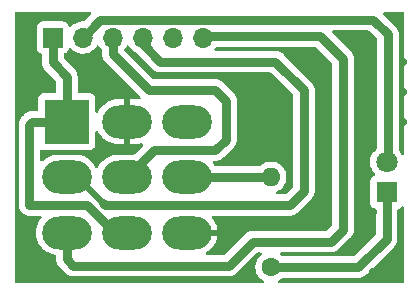
<source format=gbr>
%TF.GenerationSoftware,KiCad,Pcbnew,(6.0.9-0)*%
%TF.CreationDate,2024-03-23T13:24:56+01:00*%
%TF.ProjectId,pt-delay-minima-footswitch,70742d64-656c-4617-992d-6d696e696d61,rev?*%
%TF.SameCoordinates,Original*%
%TF.FileFunction,Copper,L2,Bot*%
%TF.FilePolarity,Positive*%
%FSLAX46Y46*%
G04 Gerber Fmt 4.6, Leading zero omitted, Abs format (unit mm)*
G04 Created by KiCad (PCBNEW (6.0.9-0)) date 2024-03-23 13:24:56*
%MOMM*%
%LPD*%
G01*
G04 APERTURE LIST*
%TA.AperFunction,ComponentPad*%
%ADD10R,3.816000X3.816000*%
%TD*%
%TA.AperFunction,ComponentPad*%
%ADD11O,4.200000X2.800000*%
%TD*%
%TA.AperFunction,ComponentPad*%
%ADD12R,1.700000X1.700000*%
%TD*%
%TA.AperFunction,ComponentPad*%
%ADD13O,1.700000X1.700000*%
%TD*%
%TA.AperFunction,ComponentPad*%
%ADD14R,1.800000X1.800000*%
%TD*%
%TA.AperFunction,ComponentPad*%
%ADD15C,1.800000*%
%TD*%
%TA.AperFunction,ComponentPad*%
%ADD16C,1.600000*%
%TD*%
%TA.AperFunction,ComponentPad*%
%ADD17O,1.600000X1.600000*%
%TD*%
%TA.AperFunction,ViaPad*%
%ADD18C,0.700000*%
%TD*%
%TA.AperFunction,Conductor*%
%ADD19C,0.800000*%
%TD*%
%TA.AperFunction,Conductor*%
%ADD20C,0.500000*%
%TD*%
G04 APERTURE END LIST*
D10*
%TO.P,SW1,1,A*%
%TO.N,/PedalIn*%
X45200000Y-50800000D03*
D11*
%TO.P,SW1,2,B*%
%TO.N,/PedalOut*%
X45200000Y-55500000D03*
%TO.P,SW1,3,C*%
%TO.N,/Return*%
X45200000Y-60200000D03*
%TO.P,SW1,4,A*%
%TO.N,GND*%
X50280000Y-50800000D03*
%TO.P,SW1,5,B*%
%TO.N,/Send*%
X50280000Y-55500000D03*
%TO.P,SW1,6,C*%
%TO.N,/PedalIn*%
X50280000Y-60200000D03*
%TO.P,SW1,7,A*%
%TO.N,unconnected-(SW1-Pad7)*%
X55360000Y-50800000D03*
%TO.P,SW1,8,B*%
%TO.N,/LED_GND*%
X55360000Y-55500000D03*
%TO.P,SW1,9,C*%
%TO.N,GND*%
X55360000Y-60200000D03*
%TD*%
D12*
%TO.P,J1,1,Pin_1*%
%TO.N,/PedalIn*%
X44018000Y-43688000D03*
D13*
%TO.P,J1,2,Pin_2*%
%TO.N,+9V*%
X46558000Y-43688000D03*
%TO.P,J1,3,Pin_3*%
%TO.N,/Send*%
X49098000Y-43688000D03*
%TO.P,J1,4,Pin_4*%
%TO.N,/PedalOut*%
X51638000Y-43688000D03*
%TO.P,J1,5,Pin_5*%
%TO.N,GND*%
X54178000Y-43688000D03*
%TO.P,J1,6,Pin_6*%
%TO.N,/Return*%
X56718000Y-43688000D03*
%TD*%
D14*
%TO.P,D1,1,K*%
%TO.N,Net-(D1-Pad1)*%
X72280000Y-56770000D03*
D15*
%TO.P,D1,2,A*%
%TO.N,+9V*%
X72280000Y-54230000D03*
%TD*%
D16*
%TO.P,R1,1*%
%TO.N,Net-(D1-Pad1)*%
X62484000Y-63119000D03*
D17*
%TO.P,R1,2*%
%TO.N,/LED_GND*%
X62484000Y-55499000D03*
%TD*%
D18*
%TO.N,GND*%
X60960000Y-48260000D03*
X71120000Y-48260000D03*
X71120000Y-50800000D03*
X66802000Y-53340000D03*
X48260000Y-48260000D03*
X41910000Y-43942000D03*
X63500000Y-53340000D03*
X60960000Y-50800000D03*
X41910000Y-63500000D03*
X73660000Y-50800000D03*
X71120000Y-45720000D03*
X71120000Y-63500000D03*
X63500000Y-48260000D03*
X66802000Y-48260000D03*
X66802000Y-55880000D03*
X73152000Y-63500000D03*
X41910000Y-48260000D03*
X60960000Y-53340000D03*
X71120000Y-58420000D03*
X63500000Y-50800000D03*
X66802000Y-58420000D03*
X66802000Y-50800000D03*
X73660000Y-45720000D03*
X73660000Y-48260000D03*
X66802000Y-45720000D03*
%TD*%
D19*
%TO.N,Net-(D1-Pad1)*%
X69881000Y-63119000D02*
X72280000Y-60720000D01*
X72280000Y-60720000D02*
X72280000Y-56770000D01*
X62484000Y-63119000D02*
X69881000Y-63119000D01*
%TO.N,+9V*%
X72390000Y-54120000D02*
X72280000Y-54230000D01*
X48036000Y-42164000D02*
X71164000Y-42164000D01*
X72390000Y-43390000D02*
X72390000Y-54120000D01*
X48036000Y-42164000D02*
X48036000Y-42210000D01*
X71164000Y-42164000D02*
X72390000Y-43390000D01*
X48036000Y-42210000D02*
X46558000Y-43688000D01*
%TO.N,/PedalIn*%
X42291000Y-50800000D02*
X42037000Y-51054000D01*
X44018000Y-45782000D02*
X44018000Y-43688000D01*
X45200000Y-47000000D02*
X44000000Y-45800000D01*
X44000000Y-45800000D02*
X44018000Y-45782000D01*
X49278000Y-60200000D02*
X50280000Y-60200000D01*
X42037000Y-51054000D02*
X42037000Y-57861200D01*
X46939200Y-57861200D02*
X49278000Y-60200000D01*
X42037000Y-57861200D02*
X46939200Y-57861200D01*
X45200000Y-50800000D02*
X45200000Y-47000000D01*
X45200000Y-50800000D02*
X42291000Y-50800000D01*
%TO.N,/Send*%
X52567000Y-53213000D02*
X57785000Y-53213000D01*
X57785000Y-53213000D02*
X58674000Y-52324000D01*
X57785000Y-48133000D02*
X52133000Y-48133000D01*
X49098000Y-45098000D02*
X49098000Y-43688000D01*
X58674000Y-49022000D02*
X57785000Y-48133000D01*
X52133000Y-48133000D02*
X49098000Y-45098000D01*
X50280000Y-55500000D02*
X52567000Y-53213000D01*
X58674000Y-52324000D02*
X58674000Y-49022000D01*
%TO.N,/PedalOut*%
X64058800Y-57861200D02*
X65278000Y-56642000D01*
D20*
X46102000Y-55500000D02*
X45200000Y-55500000D01*
D19*
X53120000Y-45720000D02*
X51638000Y-44238000D01*
X48260000Y-57658000D02*
X48463200Y-57861200D01*
X65278000Y-48133000D02*
X62865000Y-45720000D01*
X51638000Y-44238000D02*
X51638000Y-43688000D01*
X48463200Y-57861200D02*
X64058800Y-57861200D01*
D20*
X48260000Y-57658000D02*
X46102000Y-55500000D01*
D19*
X62865000Y-45720000D02*
X53120000Y-45720000D01*
X65278000Y-56642000D02*
X65278000Y-48133000D01*
%TO.N,/Return*%
X45720000Y-62992000D02*
X58928000Y-62992000D01*
X45200000Y-62472000D02*
X45720000Y-62992000D01*
X67564000Y-60960000D02*
X68580000Y-59944000D01*
X58928000Y-62992000D02*
X60960000Y-60960000D01*
X45200000Y-60200000D02*
X45200000Y-62472000D01*
X68580000Y-59944000D02*
X68580000Y-45466000D01*
X68580000Y-45466000D02*
X66675000Y-43561000D01*
X56845000Y-43561000D02*
X56718000Y-43688000D01*
X66675000Y-43561000D02*
X56845000Y-43561000D01*
X60960000Y-60960000D02*
X67564000Y-60960000D01*
%TO.N,/LED_GND*%
X62483000Y-55500000D02*
X62484000Y-55499000D01*
X55360000Y-55500000D02*
X62483000Y-55500000D01*
%TD*%
%TA.AperFunction,Conductor*%
%TO.N,GND*%
G36*
X47210308Y-41528502D02*
G01*
X47256801Y-41582158D01*
X47266905Y-41652432D01*
X47251308Y-41697496D01*
X47248758Y-41701914D01*
X47244882Y-41707248D01*
X47242422Y-41712774D01*
X47222664Y-41738523D01*
X46668514Y-42292673D01*
X46606202Y-42326699D01*
X46577880Y-42329569D01*
X46468081Y-42328228D01*
X46468079Y-42328228D01*
X46462911Y-42328165D01*
X46242091Y-42361955D01*
X46029756Y-42431357D01*
X45831607Y-42534507D01*
X45827474Y-42537610D01*
X45827471Y-42537612D01*
X45657100Y-42665530D01*
X45652965Y-42668635D01*
X45596537Y-42727684D01*
X45572283Y-42753064D01*
X45510759Y-42788494D01*
X45439846Y-42785037D01*
X45382060Y-42743791D01*
X45363207Y-42710243D01*
X45321767Y-42599703D01*
X45318615Y-42591295D01*
X45231261Y-42474739D01*
X45114705Y-42387385D01*
X44978316Y-42336255D01*
X44916134Y-42329500D01*
X43119866Y-42329500D01*
X43057684Y-42336255D01*
X42921295Y-42387385D01*
X42804739Y-42474739D01*
X42717385Y-42591295D01*
X42666255Y-42727684D01*
X42659500Y-42789866D01*
X42659500Y-44586134D01*
X42666255Y-44648316D01*
X42717385Y-44784705D01*
X42804739Y-44901261D01*
X42921295Y-44988615D01*
X42929703Y-44991767D01*
X43027730Y-45028516D01*
X43084494Y-45071158D01*
X43109194Y-45137719D01*
X43109500Y-45146498D01*
X43109500Y-45596630D01*
X43105207Y-45629241D01*
X43097743Y-45657097D01*
X43097398Y-45663686D01*
X43097397Y-45663691D01*
X43095584Y-45698299D01*
X43094206Y-45711418D01*
X43087748Y-45752190D01*
X43088093Y-45758777D01*
X43088093Y-45758782D01*
X43089908Y-45793406D01*
X43089908Y-45806594D01*
X43088093Y-45841218D01*
X43088093Y-45841223D01*
X43087748Y-45847810D01*
X43088780Y-45854325D01*
X43094206Y-45888582D01*
X43095584Y-45901701D01*
X43097743Y-45942903D01*
X43099451Y-45949277D01*
X43099452Y-45949284D01*
X43108423Y-45982763D01*
X43111166Y-45995665D01*
X43116589Y-46029908D01*
X43116591Y-46029914D01*
X43117623Y-46036432D01*
X43119990Y-46042597D01*
X43132413Y-46074960D01*
X43136488Y-46087502D01*
X43147171Y-46127370D01*
X43165914Y-46164156D01*
X43171264Y-46176172D01*
X43186062Y-46214722D01*
X43208548Y-46249348D01*
X43215130Y-46260748D01*
X43233871Y-46297530D01*
X43259847Y-46329608D01*
X43267591Y-46340267D01*
X43286476Y-46369347D01*
X43290074Y-46374887D01*
X44254595Y-47339408D01*
X44288621Y-47401720D01*
X44291500Y-47428503D01*
X44291500Y-48257500D01*
X44271498Y-48325621D01*
X44217842Y-48372114D01*
X44165500Y-48383500D01*
X43243866Y-48383500D01*
X43181684Y-48390255D01*
X43045295Y-48441385D01*
X42928739Y-48528739D01*
X42841385Y-48645295D01*
X42790255Y-48781684D01*
X42783500Y-48843866D01*
X42783500Y-49765500D01*
X42763498Y-49833621D01*
X42709842Y-49880114D01*
X42657500Y-49891500D01*
X42372416Y-49891500D01*
X42352707Y-49889949D01*
X42338809Y-49887748D01*
X42332222Y-49888093D01*
X42332217Y-49888093D01*
X42270519Y-49891327D01*
X42263925Y-49891500D01*
X42243390Y-49891500D01*
X42237222Y-49892148D01*
X42222960Y-49893647D01*
X42216385Y-49894164D01*
X42154696Y-49897397D01*
X42154695Y-49897397D01*
X42148096Y-49897743D01*
X42134508Y-49901384D01*
X42115061Y-49904988D01*
X42107644Y-49905767D01*
X42107640Y-49905768D01*
X42101072Y-49906458D01*
X42047372Y-49923906D01*
X42036009Y-49927598D01*
X42029685Y-49929471D01*
X41970010Y-49945461D01*
X41970006Y-49945462D01*
X41963630Y-49947171D01*
X41957748Y-49950168D01*
X41951093Y-49953559D01*
X41932826Y-49961125D01*
X41925728Y-49963431D01*
X41925726Y-49963432D01*
X41919444Y-49965473D01*
X41913722Y-49968776D01*
X41913721Y-49968777D01*
X41860218Y-49999667D01*
X41854423Y-50002814D01*
X41793470Y-50033871D01*
X41788342Y-50038024D01*
X41788340Y-50038025D01*
X41782534Y-50042727D01*
X41766237Y-50053927D01*
X41759776Y-50057657D01*
X41759772Y-50057660D01*
X41754056Y-50060960D01*
X41749150Y-50065377D01*
X41749145Y-50065381D01*
X41703231Y-50106722D01*
X41698216Y-50111006D01*
X41689718Y-50117888D01*
X41682259Y-50123928D01*
X41667744Y-50138443D01*
X41662959Y-50142984D01*
X41612134Y-50188747D01*
X41608255Y-50194086D01*
X41608254Y-50194087D01*
X41603860Y-50200135D01*
X41591019Y-50215168D01*
X41452168Y-50354019D01*
X41437135Y-50366860D01*
X41425747Y-50375134D01*
X41421327Y-50380043D01*
X41379984Y-50425959D01*
X41375443Y-50430744D01*
X41360928Y-50445259D01*
X41358852Y-50447823D01*
X41348006Y-50461216D01*
X41343722Y-50466231D01*
X41302381Y-50512145D01*
X41302377Y-50512150D01*
X41297960Y-50517056D01*
X41294660Y-50522772D01*
X41294657Y-50522776D01*
X41290927Y-50529237D01*
X41279727Y-50545533D01*
X41270871Y-50556470D01*
X41265613Y-50566790D01*
X41239815Y-50617421D01*
X41236669Y-50623215D01*
X41202473Y-50682444D01*
X41200432Y-50688726D01*
X41200431Y-50688728D01*
X41198125Y-50695826D01*
X41190560Y-50714092D01*
X41184171Y-50726630D01*
X41182463Y-50733003D01*
X41182463Y-50733004D01*
X41166469Y-50792695D01*
X41164600Y-50799003D01*
X41143458Y-50864072D01*
X41142768Y-50870637D01*
X41142766Y-50870646D01*
X41141985Y-50878075D01*
X41138383Y-50897509D01*
X41136453Y-50904714D01*
X41134743Y-50911097D01*
X41134398Y-50917688D01*
X41134397Y-50917692D01*
X41131164Y-50979384D01*
X41130647Y-50985958D01*
X41128844Y-51003116D01*
X41128500Y-51006390D01*
X41128500Y-51026926D01*
X41128327Y-51033520D01*
X41124748Y-51101810D01*
X41125780Y-51108325D01*
X41126949Y-51115705D01*
X41128500Y-51135417D01*
X41128500Y-57956687D01*
X41137082Y-57997064D01*
X41139143Y-58010072D01*
X41143458Y-58051128D01*
X41145497Y-58057402D01*
X41145498Y-58057409D01*
X41156212Y-58090383D01*
X41159625Y-58103120D01*
X41168206Y-58143488D01*
X41184999Y-58181206D01*
X41189718Y-58193502D01*
X41202473Y-58232756D01*
X41205776Y-58238477D01*
X41223104Y-58268490D01*
X41229091Y-58280239D01*
X41245882Y-58317952D01*
X41249761Y-58323291D01*
X41249764Y-58323296D01*
X41270146Y-58351349D01*
X41277325Y-58362402D01*
X41297960Y-58398144D01*
X41302380Y-58403053D01*
X41302383Y-58403057D01*
X41325575Y-58428814D01*
X41333871Y-58439057D01*
X41358134Y-58472453D01*
X41363036Y-58476867D01*
X41363038Y-58476869D01*
X41388806Y-58500071D01*
X41398129Y-58509394D01*
X41421128Y-58534936D01*
X41425747Y-58540066D01*
X41459143Y-58564329D01*
X41469386Y-58572625D01*
X41495143Y-58595817D01*
X41495146Y-58595819D01*
X41500056Y-58600240D01*
X41535798Y-58620875D01*
X41546851Y-58628054D01*
X41574904Y-58648436D01*
X41574909Y-58648439D01*
X41580248Y-58652318D01*
X41586275Y-58655001D01*
X41586276Y-58655002D01*
X41617959Y-58669108D01*
X41629708Y-58675095D01*
X41665444Y-58695727D01*
X41671727Y-58697768D01*
X41671728Y-58697769D01*
X41704696Y-58708481D01*
X41716994Y-58713201D01*
X41754712Y-58729994D01*
X41761165Y-58731366D01*
X41761169Y-58731367D01*
X41795080Y-58738575D01*
X41807817Y-58741988D01*
X41840791Y-58752702D01*
X41840798Y-58752703D01*
X41847072Y-58754742D01*
X41853633Y-58755432D01*
X41853635Y-58755432D01*
X41867690Y-58756909D01*
X41888128Y-58759057D01*
X41901136Y-58761118D01*
X41941513Y-58769700D01*
X42932884Y-58769700D01*
X43001005Y-58789702D01*
X43047498Y-58843358D01*
X43057602Y-58913632D01*
X43034756Y-58969850D01*
X42875404Y-59188778D01*
X42746444Y-59433890D01*
X42744926Y-59438188D01*
X42744924Y-59438193D01*
X42685042Y-59607765D01*
X42654218Y-59695051D01*
X42653336Y-59699528D01*
X42602513Y-59957386D01*
X42600659Y-59966790D01*
X42600432Y-59971347D01*
X42600432Y-59971348D01*
X42587786Y-60225381D01*
X42586888Y-60243415D01*
X42613193Y-60519130D01*
X42614278Y-60523564D01*
X42614279Y-60523570D01*
X42659684Y-60709124D01*
X42679024Y-60788159D01*
X42680736Y-60792385D01*
X42680737Y-60792389D01*
X42753612Y-60972307D01*
X42783002Y-61044868D01*
X42877879Y-61206906D01*
X42907178Y-61256944D01*
X42922948Y-61283878D01*
X43095931Y-61500182D01*
X43298327Y-61689250D01*
X43525896Y-61847120D01*
X43576492Y-61872291D01*
X43769784Y-61968453D01*
X43769787Y-61968454D01*
X43773871Y-61970486D01*
X44037057Y-62056763D01*
X44187055Y-62082807D01*
X44250749Y-62114167D01*
X44287378Y-62174985D01*
X44291500Y-62206949D01*
X44291500Y-62390583D01*
X44289949Y-62410292D01*
X44287748Y-62424190D01*
X44288093Y-62430777D01*
X44288093Y-62430782D01*
X44291327Y-62492480D01*
X44291500Y-62499074D01*
X44291500Y-62519610D01*
X44291844Y-62522882D01*
X44291844Y-62522884D01*
X44293647Y-62540042D01*
X44294164Y-62546616D01*
X44297743Y-62614903D01*
X44299453Y-62621284D01*
X44299453Y-62621286D01*
X44301383Y-62628491D01*
X44304985Y-62647925D01*
X44305766Y-62655354D01*
X44305768Y-62655363D01*
X44306458Y-62661928D01*
X44327600Y-62726997D01*
X44329467Y-62733299D01*
X44347171Y-62799370D01*
X44353559Y-62811907D01*
X44361125Y-62830173D01*
X44365473Y-62843556D01*
X44368776Y-62849278D01*
X44368777Y-62849279D01*
X44399667Y-62902782D01*
X44402814Y-62908577D01*
X44433871Y-62969530D01*
X44438024Y-62974658D01*
X44438025Y-62974660D01*
X44442727Y-62980466D01*
X44453927Y-62996763D01*
X44457657Y-63003224D01*
X44457660Y-63003228D01*
X44460960Y-63008944D01*
X44465377Y-63013850D01*
X44465381Y-63013855D01*
X44506722Y-63059769D01*
X44511006Y-63064784D01*
X44523928Y-63080741D01*
X44538443Y-63095256D01*
X44542984Y-63100041D01*
X44588747Y-63150866D01*
X44594086Y-63154745D01*
X44594087Y-63154746D01*
X44600135Y-63159140D01*
X44615168Y-63171981D01*
X45020019Y-63576832D01*
X45032860Y-63591865D01*
X45041134Y-63603253D01*
X45046043Y-63607673D01*
X45091959Y-63649016D01*
X45096744Y-63653557D01*
X45111259Y-63668072D01*
X45113823Y-63670148D01*
X45127216Y-63680994D01*
X45132231Y-63685278D01*
X45178145Y-63726619D01*
X45178150Y-63726623D01*
X45183056Y-63731040D01*
X45188772Y-63734340D01*
X45188776Y-63734343D01*
X45195237Y-63738073D01*
X45211533Y-63749273D01*
X45222470Y-63758129D01*
X45283421Y-63789185D01*
X45289215Y-63792331D01*
X45348444Y-63826527D01*
X45354726Y-63828568D01*
X45354728Y-63828569D01*
X45361826Y-63830875D01*
X45380092Y-63838440D01*
X45392630Y-63844829D01*
X45458701Y-63862533D01*
X45465003Y-63864400D01*
X45530072Y-63885542D01*
X45536637Y-63886232D01*
X45536646Y-63886234D01*
X45544075Y-63887015D01*
X45563509Y-63890617D01*
X45570714Y-63892547D01*
X45570716Y-63892547D01*
X45577097Y-63894257D01*
X45583688Y-63894602D01*
X45583692Y-63894603D01*
X45645384Y-63897836D01*
X45651958Y-63898353D01*
X45669116Y-63900156D01*
X45669118Y-63900156D01*
X45672390Y-63900500D01*
X45692926Y-63900500D01*
X45699520Y-63900673D01*
X45761218Y-63903907D01*
X45761223Y-63903907D01*
X45767810Y-63904252D01*
X45781708Y-63902051D01*
X45801417Y-63900500D01*
X58846583Y-63900500D01*
X58866292Y-63902051D01*
X58880190Y-63904252D01*
X58886777Y-63903907D01*
X58886782Y-63903907D01*
X58948480Y-63900673D01*
X58955074Y-63900500D01*
X58975610Y-63900500D01*
X58978882Y-63900156D01*
X58978884Y-63900156D01*
X58996042Y-63898353D01*
X59002616Y-63897836D01*
X59064308Y-63894603D01*
X59064312Y-63894602D01*
X59070903Y-63894257D01*
X59077284Y-63892547D01*
X59077286Y-63892547D01*
X59084491Y-63890617D01*
X59103925Y-63887015D01*
X59111354Y-63886234D01*
X59111363Y-63886232D01*
X59117928Y-63885542D01*
X59182997Y-63864400D01*
X59189299Y-63862533D01*
X59255370Y-63844829D01*
X59267908Y-63838440D01*
X59286174Y-63830875D01*
X59293272Y-63828569D01*
X59293274Y-63828568D01*
X59299556Y-63826527D01*
X59358785Y-63792331D01*
X59364579Y-63789185D01*
X59425530Y-63758129D01*
X59436467Y-63749273D01*
X59452763Y-63738073D01*
X59459224Y-63734343D01*
X59459228Y-63734340D01*
X59464944Y-63731040D01*
X59469850Y-63726623D01*
X59469855Y-63726619D01*
X59515769Y-63685278D01*
X59520784Y-63680994D01*
X59534177Y-63670148D01*
X59536741Y-63668072D01*
X59551256Y-63653557D01*
X59556041Y-63649016D01*
X59601957Y-63607673D01*
X59606866Y-63603253D01*
X59615140Y-63591865D01*
X59627981Y-63576832D01*
X61299408Y-61905405D01*
X61361720Y-61871379D01*
X61388503Y-61868500D01*
X61588978Y-61868500D01*
X61657099Y-61888502D01*
X61703592Y-61942158D01*
X61713696Y-62012432D01*
X61684202Y-62077012D01*
X61661249Y-62097713D01*
X61644211Y-62109643D01*
X61644208Y-62109645D01*
X61639700Y-62112802D01*
X61477802Y-62274700D01*
X61346477Y-62462251D01*
X61344154Y-62467233D01*
X61344151Y-62467238D01*
X61264492Y-62638069D01*
X61249716Y-62669757D01*
X61190457Y-62890913D01*
X61170502Y-63119000D01*
X61190457Y-63347087D01*
X61249716Y-63568243D01*
X61252039Y-63573224D01*
X61252039Y-63573225D01*
X61344151Y-63770762D01*
X61344154Y-63770767D01*
X61346477Y-63775749D01*
X61401002Y-63853619D01*
X61472389Y-63955569D01*
X61477802Y-63963300D01*
X61639700Y-64125198D01*
X61644208Y-64128355D01*
X61644211Y-64128357D01*
X61822742Y-64253366D01*
X61827251Y-64256523D01*
X61828780Y-64257236D01*
X61876958Y-64307766D01*
X61890392Y-64377480D01*
X61864004Y-64443390D01*
X61806171Y-64484571D01*
X61764963Y-64491500D01*
X40914500Y-64491500D01*
X40846379Y-64471498D01*
X40799886Y-64417842D01*
X40788500Y-64365500D01*
X40788500Y-41634500D01*
X40808502Y-41566379D01*
X40862158Y-41519886D01*
X40914500Y-41508500D01*
X47142187Y-41508500D01*
X47210308Y-41528502D01*
G37*
%TD.AperFunction*%
%TA.AperFunction,Conductor*%
G36*
X73734653Y-58017903D02*
G01*
X73768638Y-58080238D01*
X73771500Y-58106941D01*
X73771500Y-64365500D01*
X73751498Y-64433621D01*
X73697842Y-64480114D01*
X73645500Y-64491500D01*
X63203037Y-64491500D01*
X63134916Y-64471498D01*
X63088423Y-64417842D01*
X63078319Y-64347568D01*
X63107813Y-64282988D01*
X63138714Y-64257472D01*
X63140749Y-64256523D01*
X63145258Y-64253366D01*
X63323789Y-64128357D01*
X63323792Y-64128355D01*
X63328300Y-64125198D01*
X63389093Y-64064405D01*
X63451405Y-64030379D01*
X63478188Y-64027500D01*
X69799583Y-64027500D01*
X69819292Y-64029051D01*
X69833190Y-64031252D01*
X69839777Y-64030907D01*
X69839782Y-64030907D01*
X69901480Y-64027673D01*
X69908074Y-64027500D01*
X69928610Y-64027500D01*
X69931882Y-64027156D01*
X69931884Y-64027156D01*
X69949042Y-64025353D01*
X69955616Y-64024836D01*
X70017308Y-64021603D01*
X70017312Y-64021602D01*
X70023903Y-64021257D01*
X70030284Y-64019547D01*
X70030286Y-64019547D01*
X70037491Y-64017617D01*
X70056925Y-64014015D01*
X70064354Y-64013234D01*
X70064363Y-64013232D01*
X70070928Y-64012542D01*
X70135997Y-63991400D01*
X70142299Y-63989533D01*
X70208370Y-63971829D01*
X70220908Y-63965440D01*
X70239174Y-63957875D01*
X70246272Y-63955569D01*
X70246274Y-63955568D01*
X70252556Y-63953527D01*
X70311785Y-63919331D01*
X70317579Y-63916185D01*
X70378530Y-63885129D01*
X70389467Y-63876273D01*
X70405763Y-63865073D01*
X70412224Y-63861343D01*
X70412228Y-63861340D01*
X70417944Y-63858040D01*
X70422850Y-63853623D01*
X70422855Y-63853619D01*
X70468769Y-63812278D01*
X70473784Y-63807994D01*
X70487177Y-63797148D01*
X70489741Y-63795072D01*
X70504256Y-63780557D01*
X70509041Y-63776016D01*
X70554957Y-63734673D01*
X70559866Y-63730253D01*
X70568140Y-63718865D01*
X70580981Y-63703832D01*
X72864832Y-61419981D01*
X72879865Y-61407140D01*
X72885913Y-61402746D01*
X72885914Y-61402745D01*
X72891253Y-61398866D01*
X72937016Y-61348041D01*
X72941557Y-61343256D01*
X72956072Y-61328741D01*
X72968994Y-61312784D01*
X72973278Y-61307769D01*
X73014619Y-61261855D01*
X73014623Y-61261850D01*
X73019040Y-61256944D01*
X73022340Y-61251228D01*
X73022343Y-61251224D01*
X73026073Y-61244763D01*
X73037273Y-61228466D01*
X73041975Y-61222660D01*
X73041976Y-61222658D01*
X73046129Y-61217530D01*
X73077186Y-61156577D01*
X73080333Y-61150782D01*
X73111223Y-61097279D01*
X73111224Y-61097278D01*
X73114527Y-61091556D01*
X73118875Y-61078173D01*
X73126441Y-61059907D01*
X73129832Y-61053252D01*
X73132829Y-61047370D01*
X73138435Y-61026451D01*
X73150529Y-60981315D01*
X73152402Y-60974991D01*
X73171500Y-60916212D01*
X73173542Y-60909928D01*
X73175012Y-60895939D01*
X73178617Y-60876486D01*
X73180547Y-60869285D01*
X73182257Y-60862904D01*
X73185836Y-60794615D01*
X73186353Y-60788040D01*
X73188156Y-60770882D01*
X73188500Y-60767610D01*
X73188500Y-60747075D01*
X73188673Y-60740481D01*
X73191907Y-60678783D01*
X73191907Y-60678778D01*
X73192252Y-60672191D01*
X73190051Y-60658293D01*
X73188500Y-60638584D01*
X73188500Y-58294493D01*
X73208502Y-58226372D01*
X73262158Y-58179879D01*
X73283763Y-58172457D01*
X73290316Y-58171745D01*
X73297711Y-58168973D01*
X73297714Y-58168972D01*
X73418297Y-58123767D01*
X73426705Y-58120615D01*
X73543261Y-58033261D01*
X73548642Y-58026081D01*
X73554992Y-58019731D01*
X73557239Y-58021978D01*
X73601544Y-57988857D01*
X73672363Y-57983838D01*
X73734653Y-58017903D01*
G37*
%TD.AperFunction*%
%TA.AperFunction,Conductor*%
G36*
X70803618Y-43092502D02*
G01*
X70824592Y-43109405D01*
X71444595Y-43729408D01*
X71478621Y-43791720D01*
X71481500Y-43818503D01*
X71481500Y-53005160D01*
X71461498Y-53073281D01*
X71431153Y-53105920D01*
X71356772Y-53161767D01*
X71341655Y-53173117D01*
X71181639Y-53340564D01*
X71178725Y-53344836D01*
X71178724Y-53344837D01*
X71163152Y-53367665D01*
X71051119Y-53531899D01*
X70953602Y-53741981D01*
X70891707Y-53965169D01*
X70867095Y-54195469D01*
X70867392Y-54200622D01*
X70867392Y-54200625D01*
X70876849Y-54364634D01*
X70880427Y-54426697D01*
X70881564Y-54431743D01*
X70881565Y-54431749D01*
X70903408Y-54528671D01*
X70931346Y-54652642D01*
X70933288Y-54657424D01*
X70933289Y-54657428D01*
X71002044Y-54826751D01*
X71018484Y-54867237D01*
X71139501Y-55064719D01*
X71142882Y-55068622D01*
X71251304Y-55193788D01*
X71280786Y-55258373D01*
X71270671Y-55328646D01*
X71224170Y-55382294D01*
X71200296Y-55394267D01*
X71144515Y-55415179D01*
X71133295Y-55419385D01*
X71016739Y-55506739D01*
X70929385Y-55623295D01*
X70878255Y-55759684D01*
X70871500Y-55821866D01*
X70871500Y-57718134D01*
X70878255Y-57780316D01*
X70929385Y-57916705D01*
X71016739Y-58033261D01*
X71133295Y-58120615D01*
X71141703Y-58123767D01*
X71262286Y-58168972D01*
X71262289Y-58168973D01*
X71269684Y-58171745D01*
X71275453Y-58172372D01*
X71336291Y-58207126D01*
X71369113Y-58270081D01*
X71371500Y-58294493D01*
X71371500Y-60291497D01*
X71351498Y-60359618D01*
X71334595Y-60380592D01*
X69541592Y-62173595D01*
X69479280Y-62207621D01*
X69452497Y-62210500D01*
X63478188Y-62210500D01*
X63410067Y-62190498D01*
X63389093Y-62173595D01*
X63328300Y-62112802D01*
X63323792Y-62109645D01*
X63323789Y-62109643D01*
X63306751Y-62097713D01*
X63262422Y-62042255D01*
X63255114Y-61971636D01*
X63287145Y-61908276D01*
X63348347Y-61872291D01*
X63379022Y-61868500D01*
X67482583Y-61868500D01*
X67502292Y-61870051D01*
X67516190Y-61872252D01*
X67522777Y-61871907D01*
X67522782Y-61871907D01*
X67584480Y-61868673D01*
X67591074Y-61868500D01*
X67611610Y-61868500D01*
X67614882Y-61868156D01*
X67614884Y-61868156D01*
X67632042Y-61866353D01*
X67638616Y-61865836D01*
X67700308Y-61862603D01*
X67700312Y-61862602D01*
X67706903Y-61862257D01*
X67713284Y-61860547D01*
X67713286Y-61860547D01*
X67720491Y-61858617D01*
X67739925Y-61855015D01*
X67747354Y-61854234D01*
X67747363Y-61854232D01*
X67753928Y-61853542D01*
X67818997Y-61832400D01*
X67825299Y-61830533D01*
X67891370Y-61812829D01*
X67903908Y-61806440D01*
X67922174Y-61798875D01*
X67929272Y-61796569D01*
X67929274Y-61796568D01*
X67935556Y-61794527D01*
X67994785Y-61760331D01*
X68000579Y-61757185D01*
X68061530Y-61726129D01*
X68072467Y-61717273D01*
X68088763Y-61706073D01*
X68095224Y-61702343D01*
X68095228Y-61702340D01*
X68100944Y-61699040D01*
X68105850Y-61694623D01*
X68105855Y-61694619D01*
X68151769Y-61653278D01*
X68156784Y-61648994D01*
X68170177Y-61638148D01*
X68172741Y-61636072D01*
X68187256Y-61621557D01*
X68192041Y-61617016D01*
X68237957Y-61575673D01*
X68242866Y-61571253D01*
X68251140Y-61559865D01*
X68263981Y-61544832D01*
X69164832Y-60643981D01*
X69179865Y-60631140D01*
X69185913Y-60626746D01*
X69185914Y-60626745D01*
X69191253Y-60622866D01*
X69237016Y-60572041D01*
X69241557Y-60567256D01*
X69256072Y-60552741D01*
X69268994Y-60536784D01*
X69273278Y-60531769D01*
X69314619Y-60485855D01*
X69314623Y-60485850D01*
X69319040Y-60480944D01*
X69322340Y-60475228D01*
X69322343Y-60475224D01*
X69326073Y-60468763D01*
X69337273Y-60452466D01*
X69341975Y-60446660D01*
X69341976Y-60446658D01*
X69346129Y-60441530D01*
X69377186Y-60380577D01*
X69380333Y-60374782D01*
X69411223Y-60321279D01*
X69411224Y-60321278D01*
X69414527Y-60315556D01*
X69418875Y-60302173D01*
X69426441Y-60283907D01*
X69427488Y-60281852D01*
X69432829Y-60271370D01*
X69450533Y-60205299D01*
X69452400Y-60198997D01*
X69473542Y-60133928D01*
X69474232Y-60127363D01*
X69474234Y-60127354D01*
X69475015Y-60119925D01*
X69478617Y-60100491D01*
X69480547Y-60093286D01*
X69480547Y-60093284D01*
X69482257Y-60086903D01*
X69483329Y-60066458D01*
X69485836Y-60018616D01*
X69486353Y-60012042D01*
X69488156Y-59994884D01*
X69488156Y-59994882D01*
X69488500Y-59991610D01*
X69488500Y-59971074D01*
X69488673Y-59964480D01*
X69491907Y-59902782D01*
X69491907Y-59902777D01*
X69492252Y-59896190D01*
X69490051Y-59882292D01*
X69488500Y-59862583D01*
X69488500Y-45547417D01*
X69490051Y-45527705D01*
X69491220Y-45520325D01*
X69492252Y-45513810D01*
X69490407Y-45478592D01*
X69488673Y-45445520D01*
X69488500Y-45438926D01*
X69488500Y-45418390D01*
X69488156Y-45415116D01*
X69486353Y-45397958D01*
X69485836Y-45391384D01*
X69482603Y-45329696D01*
X69482603Y-45329694D01*
X69482257Y-45323097D01*
X69478615Y-45309504D01*
X69475014Y-45290075D01*
X69474232Y-45282639D01*
X69473542Y-45276072D01*
X69452407Y-45211025D01*
X69450535Y-45204706D01*
X69434538Y-45145003D01*
X69434537Y-45145000D01*
X69432830Y-45138630D01*
X69426438Y-45126085D01*
X69418874Y-45107823D01*
X69416568Y-45100726D01*
X69414527Y-45094444D01*
X69401083Y-45071158D01*
X69380336Y-45035223D01*
X69377188Y-45029426D01*
X69349126Y-44974351D01*
X69349124Y-44974348D01*
X69346129Y-44968470D01*
X69341479Y-44962727D01*
X69337273Y-44957534D01*
X69326073Y-44941237D01*
X69322343Y-44934776D01*
X69322340Y-44934772D01*
X69319040Y-44929056D01*
X69314623Y-44924150D01*
X69314619Y-44924145D01*
X69273278Y-44878231D01*
X69268994Y-44873216D01*
X69258148Y-44859823D01*
X69256072Y-44857259D01*
X69241557Y-44842744D01*
X69237016Y-44837959D01*
X69195673Y-44792043D01*
X69191253Y-44787134D01*
X69179865Y-44778860D01*
X69164832Y-44766019D01*
X67686408Y-43287595D01*
X67652382Y-43225283D01*
X67657447Y-43154468D01*
X67699994Y-43097632D01*
X67766514Y-43072821D01*
X67775503Y-43072500D01*
X70735497Y-43072500D01*
X70803618Y-43092502D01*
G37*
%TD.AperFunction*%
%TA.AperFunction,Conductor*%
G36*
X66314618Y-44489502D02*
G01*
X66335592Y-44506405D01*
X67634595Y-45805408D01*
X67668621Y-45867720D01*
X67671500Y-45894503D01*
X67671500Y-59515497D01*
X67651498Y-59583618D01*
X67634595Y-59604592D01*
X67224592Y-60014595D01*
X67162280Y-60048621D01*
X67135497Y-60051500D01*
X61041417Y-60051500D01*
X61021708Y-60049949D01*
X61007810Y-60047748D01*
X61001223Y-60048093D01*
X61001218Y-60048093D01*
X60939520Y-60051327D01*
X60932926Y-60051500D01*
X60912390Y-60051500D01*
X60909118Y-60051844D01*
X60909116Y-60051844D01*
X60891958Y-60053647D01*
X60885384Y-60054164D01*
X60823692Y-60057397D01*
X60823688Y-60057398D01*
X60817097Y-60057743D01*
X60810716Y-60059453D01*
X60810714Y-60059453D01*
X60803509Y-60061383D01*
X60784075Y-60064985D01*
X60776646Y-60065766D01*
X60776637Y-60065768D01*
X60770072Y-60066458D01*
X60705003Y-60087600D01*
X60698701Y-60089467D01*
X60632630Y-60107171D01*
X60620093Y-60113559D01*
X60601826Y-60121125D01*
X60594728Y-60123431D01*
X60594726Y-60123432D01*
X60588444Y-60125473D01*
X60582722Y-60128776D01*
X60582721Y-60128777D01*
X60529218Y-60159667D01*
X60523423Y-60162814D01*
X60462470Y-60193871D01*
X60457342Y-60198024D01*
X60457340Y-60198025D01*
X60451534Y-60202727D01*
X60435237Y-60213927D01*
X60428776Y-60217657D01*
X60428772Y-60217660D01*
X60423056Y-60220960D01*
X60418150Y-60225377D01*
X60418145Y-60225381D01*
X60372231Y-60266722D01*
X60367216Y-60271006D01*
X60366767Y-60271370D01*
X60351259Y-60283928D01*
X60336744Y-60298443D01*
X60331959Y-60302984D01*
X60281134Y-60348747D01*
X60277255Y-60354086D01*
X60277254Y-60354087D01*
X60272860Y-60360135D01*
X60260019Y-60375168D01*
X58588592Y-62046595D01*
X58526280Y-62080621D01*
X58499497Y-62083500D01*
X57084950Y-62083500D01*
X57016829Y-62063498D01*
X56970336Y-62009842D01*
X56960232Y-61939568D01*
X56989726Y-61874988D01*
X57023768Y-61847351D01*
X57103552Y-61803035D01*
X57111177Y-61798045D01*
X57324029Y-61635602D01*
X57330856Y-61629562D01*
X57518026Y-61438096D01*
X57523907Y-61431137D01*
X57681482Y-61214652D01*
X57686302Y-61206906D01*
X57810969Y-60969953D01*
X57814618Y-60961601D01*
X57903778Y-60709124D01*
X57906181Y-60700340D01*
X57951231Y-60471775D01*
X57950052Y-60458862D01*
X57934951Y-60454000D01*
X55232000Y-60454000D01*
X55163879Y-60433998D01*
X55117386Y-60380342D01*
X55106000Y-60328000D01*
X55106000Y-60072000D01*
X55126002Y-60003879D01*
X55179658Y-59957386D01*
X55232000Y-59946000D01*
X57934404Y-59946000D01*
X57948881Y-59941749D01*
X57950944Y-59929488D01*
X57946747Y-59885506D01*
X57945227Y-59876514D01*
X57881584Y-59616429D01*
X57878786Y-59607765D01*
X57778264Y-59359586D01*
X57774242Y-59351412D01*
X57638945Y-59120344D01*
X57633784Y-59112835D01*
X57523071Y-58974394D01*
X57496147Y-58908701D01*
X57509013Y-58838880D01*
X57557585Y-58787099D01*
X57621474Y-58769700D01*
X63977383Y-58769700D01*
X63997092Y-58771251D01*
X64010990Y-58773452D01*
X64017577Y-58773107D01*
X64017582Y-58773107D01*
X64079280Y-58769873D01*
X64085874Y-58769700D01*
X64106410Y-58769700D01*
X64109682Y-58769356D01*
X64109684Y-58769356D01*
X64126842Y-58767553D01*
X64133416Y-58767036D01*
X64195108Y-58763803D01*
X64195112Y-58763802D01*
X64201703Y-58763457D01*
X64208084Y-58761747D01*
X64208086Y-58761747D01*
X64215291Y-58759817D01*
X64234725Y-58756215D01*
X64242154Y-58755434D01*
X64242163Y-58755432D01*
X64248728Y-58754742D01*
X64313797Y-58733600D01*
X64320099Y-58731733D01*
X64386170Y-58714029D01*
X64398708Y-58707640D01*
X64416974Y-58700075D01*
X64424072Y-58697769D01*
X64424074Y-58697768D01*
X64430356Y-58695727D01*
X64489585Y-58661531D01*
X64495379Y-58658385D01*
X64556330Y-58627329D01*
X64567267Y-58618473D01*
X64583563Y-58607273D01*
X64590024Y-58603543D01*
X64590028Y-58603540D01*
X64595744Y-58600240D01*
X64600650Y-58595823D01*
X64600655Y-58595819D01*
X64646569Y-58554478D01*
X64651584Y-58550194D01*
X64660082Y-58543312D01*
X64667541Y-58537272D01*
X64682056Y-58522757D01*
X64686841Y-58518216D01*
X64696639Y-58509394D01*
X64737666Y-58472453D01*
X64745940Y-58461065D01*
X64758781Y-58446032D01*
X65862832Y-57341981D01*
X65877865Y-57329140D01*
X65883913Y-57324746D01*
X65883914Y-57324745D01*
X65889253Y-57320866D01*
X65935016Y-57270041D01*
X65939557Y-57265256D01*
X65954072Y-57250741D01*
X65966994Y-57234784D01*
X65971278Y-57229769D01*
X66012619Y-57183855D01*
X66012623Y-57183850D01*
X66017040Y-57178944D01*
X66020340Y-57173228D01*
X66020343Y-57173224D01*
X66024073Y-57166763D01*
X66035273Y-57150466D01*
X66039975Y-57144660D01*
X66039976Y-57144658D01*
X66044129Y-57139530D01*
X66075186Y-57078577D01*
X66078333Y-57072782D01*
X66109223Y-57019279D01*
X66109224Y-57019278D01*
X66112527Y-57013556D01*
X66116875Y-57000173D01*
X66124441Y-56981907D01*
X66127832Y-56975252D01*
X66130829Y-56969370D01*
X66136068Y-56949821D01*
X66148529Y-56903315D01*
X66150402Y-56896991D01*
X66169500Y-56838212D01*
X66171542Y-56831928D01*
X66173012Y-56817939D01*
X66176617Y-56798486D01*
X66178547Y-56791285D01*
X66180257Y-56784904D01*
X66180603Y-56778304D01*
X66183836Y-56716615D01*
X66184353Y-56710040D01*
X66186156Y-56692882D01*
X66186500Y-56689610D01*
X66186500Y-56669075D01*
X66186673Y-56662481D01*
X66189907Y-56600783D01*
X66189907Y-56600778D01*
X66190252Y-56594191D01*
X66188051Y-56580293D01*
X66186500Y-56560584D01*
X66186500Y-48214416D01*
X66188051Y-48194704D01*
X66189220Y-48187324D01*
X66190252Y-48180809D01*
X66186673Y-48112519D01*
X66186500Y-48105925D01*
X66186500Y-48085390D01*
X66184353Y-48064960D01*
X66183836Y-48058385D01*
X66180603Y-47996696D01*
X66180603Y-47996695D01*
X66180257Y-47990096D01*
X66176616Y-47976508D01*
X66173012Y-47957061D01*
X66172233Y-47949644D01*
X66172232Y-47949640D01*
X66171542Y-47943072D01*
X66150402Y-47878009D01*
X66148529Y-47871685D01*
X66132539Y-47812010D01*
X66132538Y-47812006D01*
X66130829Y-47805630D01*
X66124440Y-47793092D01*
X66116875Y-47774826D01*
X66114569Y-47767728D01*
X66114568Y-47767726D01*
X66112527Y-47761444D01*
X66078331Y-47702215D01*
X66075185Y-47696421D01*
X66044129Y-47635470D01*
X66035273Y-47624533D01*
X66024073Y-47608237D01*
X66020343Y-47601776D01*
X66020340Y-47601772D01*
X66017040Y-47596056D01*
X66012623Y-47591150D01*
X66012619Y-47591145D01*
X65971278Y-47545231D01*
X65966994Y-47540216D01*
X65956148Y-47526823D01*
X65954072Y-47524259D01*
X65939557Y-47509744D01*
X65935016Y-47504959D01*
X65908927Y-47475984D01*
X65889253Y-47454134D01*
X65877865Y-47445860D01*
X65862832Y-47433019D01*
X63564981Y-45135168D01*
X63552140Y-45120135D01*
X63547746Y-45114087D01*
X63547745Y-45114086D01*
X63543866Y-45108747D01*
X63493041Y-45062984D01*
X63488256Y-45058443D01*
X63473741Y-45043928D01*
X63462991Y-45035223D01*
X63457784Y-45031006D01*
X63452769Y-45026722D01*
X63406855Y-44985381D01*
X63406850Y-44985377D01*
X63401944Y-44980960D01*
X63396228Y-44977660D01*
X63396224Y-44977657D01*
X63389763Y-44973927D01*
X63373466Y-44962727D01*
X63367660Y-44958025D01*
X63367658Y-44958024D01*
X63362530Y-44953871D01*
X63301577Y-44922814D01*
X63295782Y-44919667D01*
X63242279Y-44888777D01*
X63242278Y-44888776D01*
X63236556Y-44885473D01*
X63230274Y-44883432D01*
X63230272Y-44883431D01*
X63223174Y-44881125D01*
X63204907Y-44873559D01*
X63204234Y-44873216D01*
X63192370Y-44867171D01*
X63126299Y-44849467D01*
X63119997Y-44847600D01*
X63054928Y-44826458D01*
X63048363Y-44825768D01*
X63048354Y-44825766D01*
X63040925Y-44824985D01*
X63021491Y-44821383D01*
X63014286Y-44819453D01*
X63014284Y-44819453D01*
X63007903Y-44817743D01*
X63001312Y-44817398D01*
X63001308Y-44817397D01*
X62939616Y-44814164D01*
X62933042Y-44813647D01*
X62915884Y-44811844D01*
X62915882Y-44811844D01*
X62912610Y-44811500D01*
X62892074Y-44811500D01*
X62885480Y-44811327D01*
X62823782Y-44808093D01*
X62823777Y-44808093D01*
X62817190Y-44807748D01*
X62803292Y-44809949D01*
X62783583Y-44811500D01*
X57820189Y-44811500D01*
X57752068Y-44791498D01*
X57705575Y-44737842D01*
X57695471Y-44667568D01*
X57724965Y-44602988D01*
X57731250Y-44596248D01*
X57741400Y-44586134D01*
X57756096Y-44571489D01*
X57791676Y-44521974D01*
X57847671Y-44478326D01*
X57893999Y-44469500D01*
X66246497Y-44469500D01*
X66314618Y-44489502D01*
G37*
%TD.AperFunction*%
%TA.AperFunction,Conductor*%
G36*
X50450026Y-44363144D02*
G01*
X50477875Y-44394994D01*
X50537987Y-44493088D01*
X50684250Y-44661938D01*
X50856126Y-44804632D01*
X50982076Y-44878231D01*
X50985997Y-44880522D01*
X51016060Y-44904996D01*
X51026747Y-44916866D01*
X51032092Y-44920749D01*
X51038131Y-44925137D01*
X51053165Y-44937978D01*
X52420025Y-46304839D01*
X52432865Y-46319872D01*
X52441134Y-46331253D01*
X52446044Y-46335674D01*
X52446045Y-46335675D01*
X52491949Y-46377007D01*
X52496734Y-46381548D01*
X52511258Y-46396072D01*
X52527251Y-46409023D01*
X52532222Y-46413269D01*
X52583056Y-46459040D01*
X52588771Y-46462340D01*
X52588773Y-46462341D01*
X52595238Y-46466074D01*
X52611529Y-46477271D01*
X52617333Y-46481971D01*
X52617339Y-46481975D01*
X52622469Y-46486129D01*
X52628351Y-46489126D01*
X52683426Y-46517188D01*
X52689220Y-46520335D01*
X52748444Y-46554527D01*
X52754726Y-46556568D01*
X52754728Y-46556569D01*
X52761826Y-46558875D01*
X52780092Y-46566440D01*
X52792630Y-46572829D01*
X52799006Y-46574538D01*
X52799010Y-46574539D01*
X52858685Y-46590529D01*
X52865010Y-46592402D01*
X52930072Y-46613542D01*
X52936640Y-46614232D01*
X52936644Y-46614233D01*
X52944061Y-46615012D01*
X52963508Y-46618616D01*
X52977096Y-46622257D01*
X52983695Y-46622603D01*
X52983696Y-46622603D01*
X53045385Y-46625836D01*
X53051960Y-46626353D01*
X53066222Y-46627852D01*
X53072390Y-46628500D01*
X53092925Y-46628500D01*
X53099519Y-46628673D01*
X53161217Y-46631907D01*
X53161222Y-46631907D01*
X53167809Y-46632252D01*
X53181707Y-46630051D01*
X53201416Y-46628500D01*
X62436497Y-46628500D01*
X62504618Y-46648502D01*
X62525592Y-46665405D01*
X64332595Y-48472408D01*
X64366621Y-48534720D01*
X64369500Y-48561503D01*
X64369500Y-56213497D01*
X64349498Y-56281618D01*
X64332595Y-56302592D01*
X63719392Y-56915795D01*
X63657080Y-56949821D01*
X63630297Y-56952700D01*
X63031054Y-56952700D01*
X62962933Y-56932698D01*
X62916440Y-56879042D01*
X62906336Y-56808768D01*
X62935830Y-56744188D01*
X62977804Y-56712505D01*
X63135762Y-56638849D01*
X63135767Y-56638846D01*
X63140749Y-56636523D01*
X63249201Y-56560584D01*
X63323789Y-56508357D01*
X63323792Y-56508355D01*
X63328300Y-56505198D01*
X63490198Y-56343300D01*
X63621523Y-56155749D01*
X63623846Y-56150767D01*
X63623849Y-56150762D01*
X63715961Y-55953225D01*
X63715961Y-55953224D01*
X63718284Y-55948243D01*
X63777543Y-55727087D01*
X63797498Y-55499000D01*
X63777543Y-55270913D01*
X63718284Y-55049757D01*
X63662727Y-54930614D01*
X63623849Y-54847238D01*
X63623846Y-54847233D01*
X63621523Y-54842251D01*
X63510950Y-54684337D01*
X63493357Y-54659211D01*
X63493355Y-54659208D01*
X63490198Y-54654700D01*
X63328300Y-54492802D01*
X63323792Y-54489645D01*
X63323789Y-54489643D01*
X63241108Y-54431749D01*
X63140749Y-54361477D01*
X63135767Y-54359154D01*
X63135762Y-54359151D01*
X62938225Y-54267039D01*
X62938224Y-54267039D01*
X62933243Y-54264716D01*
X62927935Y-54263294D01*
X62927933Y-54263293D01*
X62717402Y-54206881D01*
X62717400Y-54206881D01*
X62712087Y-54205457D01*
X62484000Y-54185502D01*
X62255913Y-54205457D01*
X62250600Y-54206881D01*
X62250598Y-54206881D01*
X62040067Y-54263293D01*
X62040065Y-54263294D01*
X62034757Y-54264716D01*
X62029776Y-54267039D01*
X62029775Y-54267039D01*
X61832238Y-54359151D01*
X61832233Y-54359154D01*
X61827251Y-54361477D01*
X61726892Y-54431749D01*
X61644211Y-54489643D01*
X61644208Y-54489645D01*
X61639700Y-54492802D01*
X61577907Y-54554595D01*
X61515595Y-54588621D01*
X61488812Y-54591500D01*
X57811973Y-54591500D01*
X57743852Y-54571498D01*
X57703241Y-54529165D01*
X57670894Y-54473919D01*
X57643244Y-54426697D01*
X57639362Y-54420067D01*
X57639361Y-54420066D01*
X57637052Y-54416122D01*
X57634204Y-54412560D01*
X57634200Y-54412555D01*
X57565135Y-54326195D01*
X57538211Y-54260502D01*
X57551076Y-54190681D01*
X57599648Y-54138900D01*
X57663538Y-54121500D01*
X57703583Y-54121500D01*
X57723292Y-54123051D01*
X57737190Y-54125252D01*
X57743777Y-54124907D01*
X57743782Y-54124907D01*
X57805480Y-54121673D01*
X57812074Y-54121500D01*
X57832610Y-54121500D01*
X57835882Y-54121156D01*
X57835884Y-54121156D01*
X57853042Y-54119353D01*
X57859616Y-54118836D01*
X57921308Y-54115603D01*
X57921312Y-54115602D01*
X57927903Y-54115257D01*
X57934284Y-54113547D01*
X57934286Y-54113547D01*
X57941491Y-54111617D01*
X57960925Y-54108015D01*
X57968354Y-54107234D01*
X57968363Y-54107232D01*
X57974928Y-54106542D01*
X58039997Y-54085400D01*
X58046299Y-54083533D01*
X58112370Y-54065829D01*
X58124908Y-54059440D01*
X58143174Y-54051875D01*
X58150272Y-54049569D01*
X58150274Y-54049568D01*
X58156556Y-54047527D01*
X58215785Y-54013331D01*
X58221579Y-54010185D01*
X58243203Y-53999167D01*
X58282530Y-53979129D01*
X58293467Y-53970273D01*
X58309763Y-53959073D01*
X58316224Y-53955343D01*
X58316228Y-53955340D01*
X58321944Y-53952040D01*
X58326850Y-53947623D01*
X58326855Y-53947619D01*
X58372769Y-53906278D01*
X58377784Y-53901994D01*
X58391177Y-53891148D01*
X58393741Y-53889072D01*
X58408256Y-53874557D01*
X58413041Y-53870016D01*
X58458957Y-53828673D01*
X58463866Y-53824253D01*
X58472140Y-53812865D01*
X58484981Y-53797832D01*
X59258832Y-53023981D01*
X59273865Y-53011140D01*
X59279913Y-53006746D01*
X59279914Y-53006745D01*
X59285253Y-53002866D01*
X59331016Y-52952041D01*
X59335557Y-52947256D01*
X59350072Y-52932741D01*
X59362994Y-52916784D01*
X59367278Y-52911769D01*
X59408619Y-52865855D01*
X59408623Y-52865850D01*
X59413040Y-52860944D01*
X59416340Y-52855228D01*
X59416343Y-52855224D01*
X59420073Y-52848763D01*
X59431273Y-52832466D01*
X59435975Y-52826660D01*
X59435976Y-52826658D01*
X59440129Y-52821530D01*
X59445770Y-52810460D01*
X59471188Y-52760574D01*
X59474336Y-52754777D01*
X59505224Y-52701277D01*
X59508527Y-52695556D01*
X59512875Y-52682174D01*
X59520438Y-52663915D01*
X59526830Y-52651370D01*
X59544537Y-52585288D01*
X59546409Y-52578969D01*
X59565501Y-52520210D01*
X59565501Y-52520209D01*
X59567542Y-52513928D01*
X59569014Y-52499925D01*
X59572615Y-52480496D01*
X59576257Y-52466903D01*
X59579836Y-52398616D01*
X59580353Y-52392042D01*
X59582156Y-52374884D01*
X59582156Y-52374882D01*
X59582500Y-52371610D01*
X59582500Y-52351074D01*
X59582673Y-52344480D01*
X59585907Y-52282782D01*
X59585907Y-52282777D01*
X59586252Y-52276190D01*
X59584051Y-52262292D01*
X59582500Y-52242583D01*
X59582500Y-49103417D01*
X59584051Y-49083705D01*
X59585220Y-49076325D01*
X59586252Y-49069810D01*
X59585095Y-49047724D01*
X59582673Y-49001520D01*
X59582500Y-48994926D01*
X59582500Y-48974390D01*
X59582156Y-48971116D01*
X59580353Y-48953958D01*
X59579836Y-48947384D01*
X59576603Y-48885696D01*
X59576603Y-48885694D01*
X59576257Y-48879097D01*
X59572615Y-48865504D01*
X59569014Y-48846075D01*
X59568782Y-48843866D01*
X59567542Y-48832072D01*
X59546407Y-48767025D01*
X59544535Y-48760706D01*
X59528538Y-48701003D01*
X59528537Y-48701000D01*
X59526830Y-48694630D01*
X59520438Y-48682085D01*
X59512874Y-48663823D01*
X59510568Y-48656726D01*
X59508527Y-48650444D01*
X59474336Y-48591223D01*
X59471188Y-48585426D01*
X59443126Y-48530351D01*
X59443124Y-48530348D01*
X59440129Y-48524470D01*
X59431273Y-48513533D01*
X59420073Y-48497237D01*
X59416343Y-48490776D01*
X59416340Y-48490772D01*
X59413040Y-48485056D01*
X59408623Y-48480150D01*
X59408619Y-48480145D01*
X59367278Y-48434231D01*
X59362994Y-48429216D01*
X59352148Y-48415823D01*
X59350072Y-48413259D01*
X59335557Y-48398744D01*
X59331016Y-48393959D01*
X59289673Y-48348043D01*
X59285253Y-48343134D01*
X59273865Y-48334860D01*
X59258832Y-48322019D01*
X58484981Y-47548168D01*
X58472140Y-47533135D01*
X58467746Y-47527087D01*
X58467745Y-47527086D01*
X58463866Y-47521747D01*
X58413041Y-47475984D01*
X58408256Y-47471443D01*
X58393741Y-47456928D01*
X58380073Y-47445860D01*
X58377784Y-47444006D01*
X58372769Y-47439722D01*
X58326855Y-47398381D01*
X58326850Y-47398377D01*
X58321944Y-47393960D01*
X58316228Y-47390660D01*
X58316224Y-47390657D01*
X58309763Y-47386927D01*
X58293466Y-47375727D01*
X58287660Y-47371025D01*
X58287658Y-47371024D01*
X58282530Y-47366871D01*
X58221577Y-47335814D01*
X58215782Y-47332667D01*
X58162279Y-47301777D01*
X58162278Y-47301776D01*
X58156556Y-47298473D01*
X58150274Y-47296432D01*
X58150272Y-47296431D01*
X58143174Y-47294125D01*
X58124907Y-47286559D01*
X58112370Y-47280171D01*
X58046299Y-47262467D01*
X58039997Y-47260600D01*
X57974928Y-47239458D01*
X57968363Y-47238768D01*
X57968354Y-47238766D01*
X57960925Y-47237985D01*
X57941491Y-47234383D01*
X57934286Y-47232453D01*
X57934284Y-47232453D01*
X57927903Y-47230743D01*
X57921312Y-47230398D01*
X57921308Y-47230397D01*
X57859616Y-47227164D01*
X57853042Y-47226647D01*
X57835884Y-47224844D01*
X57835882Y-47224844D01*
X57832610Y-47224500D01*
X57812074Y-47224500D01*
X57805480Y-47224327D01*
X57743782Y-47221093D01*
X57743777Y-47221093D01*
X57737190Y-47220748D01*
X57723292Y-47222949D01*
X57703583Y-47224500D01*
X52561503Y-47224500D01*
X52493382Y-47204498D01*
X52472408Y-47187595D01*
X50085206Y-44800393D01*
X50051180Y-44738081D01*
X50056245Y-44667266D01*
X50085361Y-44622047D01*
X50121616Y-44585918D01*
X50136096Y-44571489D01*
X50266453Y-44390077D01*
X50267776Y-44391028D01*
X50314645Y-44347857D01*
X50384580Y-44335625D01*
X50450026Y-44363144D01*
G37*
%TD.AperFunction*%
%TA.AperFunction,Conductor*%
G36*
X47910026Y-44363144D02*
G01*
X47937875Y-44394994D01*
X47997987Y-44493088D01*
X48001367Y-44496990D01*
X48140866Y-44658032D01*
X48140869Y-44658035D01*
X48144250Y-44661938D01*
X48148224Y-44665237D01*
X48151658Y-44668600D01*
X48186334Y-44730553D01*
X48189500Y-44758623D01*
X48189500Y-45016583D01*
X48187949Y-45036292D01*
X48185748Y-45050190D01*
X48186093Y-45056777D01*
X48186093Y-45056782D01*
X48189327Y-45118480D01*
X48189500Y-45125074D01*
X48189500Y-45145610D01*
X48189844Y-45148882D01*
X48189844Y-45148884D01*
X48191647Y-45166042D01*
X48192164Y-45172616D01*
X48194013Y-45207885D01*
X48195743Y-45240903D01*
X48197453Y-45247284D01*
X48197453Y-45247286D01*
X48199383Y-45254491D01*
X48202985Y-45273925D01*
X48203766Y-45281354D01*
X48203768Y-45281363D01*
X48204458Y-45287928D01*
X48225600Y-45352997D01*
X48227467Y-45359299D01*
X48245171Y-45425370D01*
X48251559Y-45437907D01*
X48259125Y-45456173D01*
X48263473Y-45469556D01*
X48266776Y-45475278D01*
X48266777Y-45475279D01*
X48297667Y-45528782D01*
X48300814Y-45534577D01*
X48331871Y-45595530D01*
X48336024Y-45600658D01*
X48336025Y-45600660D01*
X48340727Y-45606466D01*
X48351927Y-45622763D01*
X48355657Y-45629224D01*
X48355660Y-45629228D01*
X48358960Y-45634944D01*
X48363377Y-45639850D01*
X48363381Y-45639855D01*
X48404722Y-45685769D01*
X48409006Y-45690784D01*
X48421928Y-45706741D01*
X48436443Y-45721256D01*
X48440984Y-45726041D01*
X48486747Y-45776866D01*
X48492086Y-45780745D01*
X48492087Y-45780746D01*
X48498135Y-45785140D01*
X48513168Y-45797981D01*
X51423022Y-48707835D01*
X51457048Y-48770147D01*
X51451983Y-48840962D01*
X51409436Y-48897798D01*
X51342916Y-48922609D01*
X51312373Y-48921073D01*
X51173793Y-48897012D01*
X51166172Y-48896164D01*
X51084098Y-48892078D01*
X51080957Y-48892000D01*
X50552115Y-48892000D01*
X50536876Y-48896475D01*
X50535671Y-48897865D01*
X50534000Y-48905548D01*
X50534000Y-52689885D01*
X50538475Y-52705124D01*
X50539865Y-52706329D01*
X50547548Y-52708000D01*
X51048053Y-52708000D01*
X51052624Y-52707835D01*
X51251617Y-52693396D01*
X51260626Y-52692082D01*
X51522096Y-52634355D01*
X51527513Y-52632740D01*
X51598509Y-52632448D01*
X51658392Y-52670586D01*
X51688151Y-52735044D01*
X51678336Y-52805359D01*
X51652603Y-52842584D01*
X50940592Y-53554595D01*
X50878280Y-53588621D01*
X50851497Y-53591500D01*
X49509644Y-53591500D01*
X49507376Y-53591665D01*
X49507364Y-53591665D01*
X49388209Y-53600311D01*
X49303759Y-53606439D01*
X49168532Y-53636294D01*
X49037765Y-53665164D01*
X49037761Y-53665165D01*
X49033305Y-53666149D01*
X48903804Y-53715213D01*
X48778574Y-53762658D01*
X48778571Y-53762659D01*
X48774304Y-53764276D01*
X48532180Y-53898764D01*
X48312007Y-54066795D01*
X48308814Y-54070061D01*
X48308812Y-54070063D01*
X48238976Y-54141502D01*
X48118396Y-54264849D01*
X47955404Y-54488778D01*
X47953276Y-54492823D01*
X47852515Y-54684337D01*
X47803096Y-54735309D01*
X47733963Y-54751472D01*
X47667067Y-54727693D01*
X47624222Y-54672968D01*
X47618711Y-54659362D01*
X47616998Y-54655132D01*
X47483244Y-54426697D01*
X47479362Y-54420067D01*
X47479361Y-54420066D01*
X47477052Y-54416122D01*
X47328206Y-54230000D01*
X47306921Y-54203384D01*
X47306920Y-54203382D01*
X47304069Y-54199818D01*
X47101673Y-54010750D01*
X46874104Y-53852880D01*
X46651189Y-53741981D01*
X46630216Y-53731547D01*
X46630213Y-53731546D01*
X46626129Y-53729514D01*
X46585245Y-53716112D01*
X46367276Y-53644657D01*
X46367270Y-53644656D01*
X46362943Y-53643237D01*
X46358451Y-53642457D01*
X46093840Y-53596513D01*
X46093832Y-53596512D01*
X46090059Y-53595857D01*
X46077996Y-53595256D01*
X46004113Y-53591578D01*
X46004105Y-53591578D01*
X46002542Y-53591500D01*
X44429644Y-53591500D01*
X44427376Y-53591665D01*
X44427364Y-53591665D01*
X44308209Y-53600311D01*
X44223759Y-53606439D01*
X44088532Y-53636294D01*
X43957765Y-53665164D01*
X43957761Y-53665165D01*
X43953305Y-53666149D01*
X43823804Y-53715213D01*
X43698574Y-53762658D01*
X43698571Y-53762659D01*
X43694304Y-53764276D01*
X43452180Y-53898764D01*
X43232007Y-54066795D01*
X43161598Y-54138820D01*
X43099678Y-54173548D01*
X43028810Y-54169287D01*
X42971495Y-54127387D01*
X42945931Y-54061153D01*
X42945500Y-54050739D01*
X42945500Y-53303002D01*
X42965502Y-53234881D01*
X43019158Y-53188388D01*
X43089432Y-53178284D01*
X43115729Y-53185020D01*
X43174282Y-53206971D01*
X43174288Y-53206973D01*
X43181684Y-53209745D01*
X43243866Y-53216500D01*
X47156134Y-53216500D01*
X47218316Y-53209745D01*
X47354705Y-53158615D01*
X47471261Y-53071261D01*
X47558615Y-52954705D01*
X47609745Y-52818316D01*
X47616500Y-52756134D01*
X47616500Y-51681661D01*
X47636502Y-51613540D01*
X47690158Y-51567047D01*
X47760432Y-51556943D01*
X47825012Y-51586437D01*
X47859284Y-51634359D01*
X47861737Y-51640414D01*
X47865758Y-51648588D01*
X48001055Y-51879656D01*
X48006211Y-51887157D01*
X48173446Y-52096276D01*
X48179635Y-52102959D01*
X48375305Y-52285743D01*
X48382394Y-52291463D01*
X48602403Y-52444089D01*
X48610236Y-52448721D01*
X48849973Y-52567988D01*
X48858398Y-52571444D01*
X49112845Y-52654857D01*
X49121670Y-52657057D01*
X49386210Y-52702989D01*
X49393828Y-52703836D01*
X49475902Y-52707922D01*
X49479043Y-52708000D01*
X50007885Y-52708000D01*
X50023124Y-52703525D01*
X50024329Y-52702135D01*
X50026000Y-52694452D01*
X50026000Y-48910115D01*
X50021525Y-48894876D01*
X50020135Y-48893671D01*
X50012452Y-48892000D01*
X49511947Y-48892000D01*
X49507376Y-48892165D01*
X49308383Y-48906604D01*
X49299374Y-48907918D01*
X49037908Y-48965644D01*
X49029178Y-48968247D01*
X48778785Y-49063112D01*
X48770524Y-49066947D01*
X48536448Y-49196965D01*
X48528823Y-49201955D01*
X48315971Y-49364398D01*
X48309144Y-49370438D01*
X48121974Y-49561904D01*
X48116093Y-49568863D01*
X47958518Y-49785348D01*
X47953698Y-49793094D01*
X47854008Y-49982573D01*
X47804589Y-50033546D01*
X47735457Y-50049709D01*
X47668560Y-50025930D01*
X47625140Y-49969759D01*
X47616500Y-49923906D01*
X47616500Y-48843866D01*
X47609745Y-48781684D01*
X47558615Y-48645295D01*
X47471261Y-48528739D01*
X47354705Y-48441385D01*
X47218316Y-48390255D01*
X47156134Y-48383500D01*
X46234500Y-48383500D01*
X46166379Y-48363498D01*
X46119886Y-48309842D01*
X46108500Y-48257500D01*
X46108500Y-47081416D01*
X46110051Y-47061704D01*
X46111220Y-47054324D01*
X46112252Y-47047809D01*
X46108673Y-46979519D01*
X46108500Y-46972925D01*
X46108500Y-46952390D01*
X46106353Y-46931960D01*
X46105836Y-46925385D01*
X46102603Y-46863696D01*
X46102603Y-46863695D01*
X46102257Y-46857096D01*
X46098616Y-46843508D01*
X46095012Y-46824061D01*
X46094233Y-46816644D01*
X46094232Y-46816640D01*
X46093542Y-46810072D01*
X46072402Y-46745009D01*
X46070529Y-46738685D01*
X46054539Y-46679010D01*
X46054538Y-46679006D01*
X46052829Y-46672630D01*
X46046440Y-46660092D01*
X46038875Y-46641826D01*
X46036569Y-46634728D01*
X46036568Y-46634726D01*
X46034527Y-46628444D01*
X46028854Y-46618617D01*
X46002418Y-46572829D01*
X46000331Y-46569215D01*
X45997185Y-46563421D01*
X45973628Y-46517188D01*
X45966129Y-46502470D01*
X45957273Y-46491533D01*
X45946073Y-46475237D01*
X45942343Y-46468776D01*
X45942340Y-46468772D01*
X45939040Y-46463056D01*
X45934623Y-46458150D01*
X45934619Y-46458145D01*
X45893278Y-46412231D01*
X45888994Y-46407216D01*
X45878148Y-46393823D01*
X45876072Y-46391259D01*
X45861557Y-46376744D01*
X45857016Y-46371959D01*
X45815673Y-46326043D01*
X45811253Y-46321134D01*
X45799865Y-46312860D01*
X45784832Y-46300019D01*
X44963405Y-45478592D01*
X44929379Y-45416280D01*
X44926500Y-45389497D01*
X44926500Y-45146498D01*
X44946502Y-45078377D01*
X45000158Y-45031884D01*
X45008270Y-45028516D01*
X45106297Y-44991767D01*
X45114705Y-44988615D01*
X45231261Y-44901261D01*
X45318615Y-44784705D01*
X45336094Y-44738081D01*
X45362598Y-44667382D01*
X45405240Y-44610618D01*
X45471802Y-44585918D01*
X45541150Y-44601126D01*
X45575817Y-44629114D01*
X45604250Y-44661938D01*
X45776126Y-44804632D01*
X45969000Y-44917338D01*
X45973825Y-44919180D01*
X45973826Y-44919181D01*
X45989423Y-44925137D01*
X46177692Y-44997030D01*
X46182760Y-44998061D01*
X46182763Y-44998062D01*
X46273797Y-45016583D01*
X46396597Y-45041567D01*
X46401772Y-45041757D01*
X46401774Y-45041757D01*
X46614673Y-45049564D01*
X46614677Y-45049564D01*
X46619837Y-45049753D01*
X46624957Y-45049097D01*
X46624959Y-45049097D01*
X46836288Y-45022025D01*
X46836289Y-45022025D01*
X46841416Y-45021368D01*
X46857365Y-45016583D01*
X47050429Y-44958661D01*
X47050434Y-44958659D01*
X47055384Y-44957174D01*
X47255994Y-44858896D01*
X47437860Y-44729173D01*
X47596096Y-44571489D01*
X47726453Y-44390077D01*
X47727776Y-44391028D01*
X47774645Y-44347857D01*
X47844580Y-44335625D01*
X47910026Y-44363144D01*
G37*
%TD.AperFunction*%
%TA.AperFunction,Conductor*%
G36*
X73713621Y-41528502D02*
G01*
X73760114Y-41582158D01*
X73771500Y-41634500D01*
X73771500Y-53521962D01*
X73751498Y-53590083D01*
X73697842Y-53636576D01*
X73627568Y-53646680D01*
X73562988Y-53617186D01*
X73529951Y-53572206D01*
X73527631Y-53566870D01*
X73527629Y-53566866D01*
X73525570Y-53562131D01*
X73399764Y-53367665D01*
X73371704Y-53336827D01*
X73331306Y-53292430D01*
X73300254Y-53228584D01*
X73298500Y-53207631D01*
X73298500Y-43471417D01*
X73300051Y-43451705D01*
X73301220Y-43444325D01*
X73302252Y-43437810D01*
X73298673Y-43369520D01*
X73298500Y-43362926D01*
X73298500Y-43342390D01*
X73298156Y-43339116D01*
X73296353Y-43321958D01*
X73295836Y-43315384D01*
X73292603Y-43253696D01*
X73292603Y-43253694D01*
X73292257Y-43247097D01*
X73288615Y-43233504D01*
X73285014Y-43214075D01*
X73284232Y-43206639D01*
X73283542Y-43200072D01*
X73262407Y-43135025D01*
X73260535Y-43128706D01*
X73244538Y-43069003D01*
X73244537Y-43069000D01*
X73242830Y-43062630D01*
X73236438Y-43050085D01*
X73228874Y-43031823D01*
X73226568Y-43024726D01*
X73224527Y-43018444D01*
X73190336Y-42959223D01*
X73187188Y-42953426D01*
X73159126Y-42898351D01*
X73159124Y-42898348D01*
X73156129Y-42892470D01*
X73147273Y-42881533D01*
X73136073Y-42865237D01*
X73132343Y-42858776D01*
X73132340Y-42858772D01*
X73129040Y-42853056D01*
X73124623Y-42848150D01*
X73124619Y-42848145D01*
X73083278Y-42802231D01*
X73078994Y-42797216D01*
X73068148Y-42783823D01*
X73066072Y-42781259D01*
X73051557Y-42766744D01*
X73047016Y-42761959D01*
X73005673Y-42716043D01*
X73001253Y-42711134D01*
X72989865Y-42702860D01*
X72974832Y-42690019D01*
X72008408Y-41723595D01*
X71974382Y-41661283D01*
X71979447Y-41590468D01*
X72021994Y-41533632D01*
X72088514Y-41508821D01*
X72097503Y-41508500D01*
X73645500Y-41508500D01*
X73713621Y-41528502D01*
G37*
%TD.AperFunction*%
%TD*%
M02*

</source>
